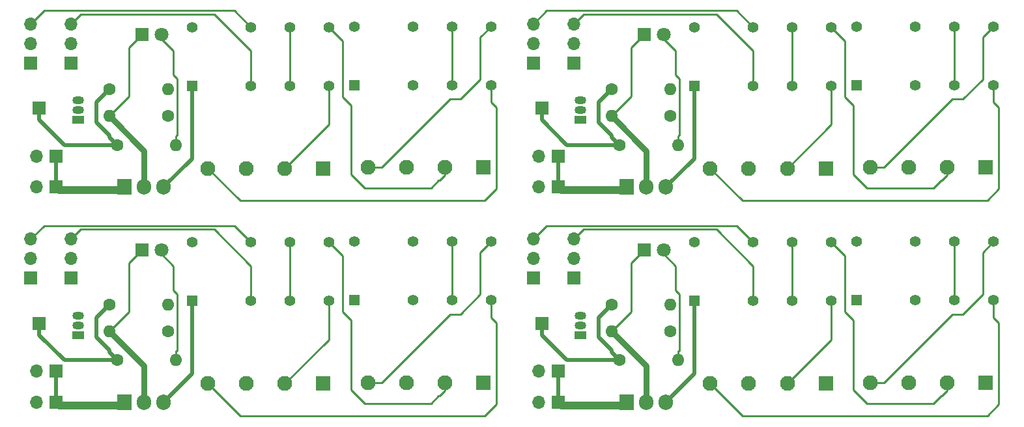
<source format=gbr>
%TF.GenerationSoftware,KiCad,Pcbnew,7.0.9*%
%TF.CreationDate,2024-06-09T17:36:51-04:00*%
%TF.ProjectId,Jackless-Panel,4a61636b-6c65-4737-932d-50616e656c2e,rev?*%
%TF.SameCoordinates,Original*%
%TF.FileFunction,Copper,L1,Top*%
%TF.FilePolarity,Positive*%
%FSLAX46Y46*%
G04 Gerber Fmt 4.6, Leading zero omitted, Abs format (unit mm)*
G04 Created by KiCad (PCBNEW 7.0.9) date 2024-06-09 17:36:51*
%MOMM*%
%LPD*%
G01*
G04 APERTURE LIST*
%TA.AperFunction,ComponentPad*%
%ADD10C,1.600000*%
%TD*%
%TA.AperFunction,ComponentPad*%
%ADD11O,1.600000X1.600000*%
%TD*%
%TA.AperFunction,ComponentPad*%
%ADD12R,1.700000X1.700000*%
%TD*%
%TA.AperFunction,ComponentPad*%
%ADD13R,1.500000X1.050000*%
%TD*%
%TA.AperFunction,ComponentPad*%
%ADD14O,1.500000X1.050000*%
%TD*%
%TA.AperFunction,ComponentPad*%
%ADD15O,1.700000X1.700000*%
%TD*%
%TA.AperFunction,ComponentPad*%
%ADD16R,1.950000X1.950000*%
%TD*%
%TA.AperFunction,ComponentPad*%
%ADD17C,1.950000*%
%TD*%
%TA.AperFunction,ComponentPad*%
%ADD18R,1.800000X1.800000*%
%TD*%
%TA.AperFunction,ComponentPad*%
%ADD19C,1.800000*%
%TD*%
%TA.AperFunction,ComponentPad*%
%ADD20R,1.400000X1.400000*%
%TD*%
%TA.AperFunction,ComponentPad*%
%ADD21C,1.400000*%
%TD*%
%TA.AperFunction,ComponentPad*%
%ADD22R,1.905000X2.000000*%
%TD*%
%TA.AperFunction,ComponentPad*%
%ADD23O,1.905000X2.000000*%
%TD*%
%TA.AperFunction,Conductor*%
%ADD24C,0.250000*%
%TD*%
%TA.AperFunction,Conductor*%
%ADD25C,0.750000*%
%TD*%
%TA.AperFunction,Conductor*%
%ADD26C,0.500000*%
%TD*%
%TA.AperFunction,Conductor*%
%ADD27C,1.000000*%
%TD*%
G04 APERTURE END LIST*
D10*
%TO.P,LeftPD1,1*%
%TO.N,Board_1-Net-(QL1-G)*%
X169310000Y-34000000D03*
D11*
%TO.P,LeftPD1,2*%
%TO.N,Board_1-/Ctrl_GND*%
X161690000Y-34000000D03*
%TD*%
D12*
%TO.P,J1,1,Pin_1*%
%TO.N,Board_2-/Control*%
X87300000Y-61000000D03*
%TD*%
D13*
%TO.P,QL1,1,S*%
%TO.N,Board_2-/Ctrl_GND*%
X92310000Y-62520000D03*
D14*
%TO.P,QL1,2,G*%
%TO.N,Board_2-Net-(QL1-G)*%
X92310000Y-61250000D03*
%TO.P,QL1,3,D*%
%TO.N,Board_2-Net-(QL1-D)*%
X92310000Y-59980000D03*
%TD*%
D13*
%TO.P,QL1,1,S*%
%TO.N,Board_1-/Ctrl_GND*%
X157610000Y-34520000D03*
D14*
%TO.P,QL1,2,G*%
%TO.N,Board_1-Net-(QL1-G)*%
X157610000Y-33250000D03*
%TO.P,QL1,3,D*%
%TO.N,Board_1-Net-(QL1-D)*%
X157610000Y-31980000D03*
%TD*%
D12*
%TO.P,J1,1,Pin_1*%
%TO.N,Board_0-/Control*%
X87300000Y-33000000D03*
%TD*%
%TO.P,Out1,1,Pin_1*%
%TO.N,Board_0-/Signal_Gnd*%
X91450000Y-27080000D03*
D15*
%TO.P,Out1,2,Pin_2*%
%TO.N,Board_0-/L_out*%
X91450000Y-24540000D03*
%TO.P,Out1,3,Pin_3*%
%TO.N,Board_0-/R_out*%
X91450000Y-22000000D03*
%TD*%
D12*
%TO.P,In1,1,Pin_1*%
%TO.N,Board_0-/Signal_Gnd*%
X86200000Y-27080000D03*
D15*
%TO.P,In1,2,Pin_2*%
%TO.N,Board_0-/L_in*%
X86200000Y-24540000D03*
%TO.P,In1,3,Pin_3*%
%TO.N,Board_0-/R_in*%
X86200000Y-22000000D03*
%TD*%
D16*
%TO.P,J5,1,Pin_1*%
%TO.N,Board_0-/Signal_Gnd*%
X145000000Y-40700000D03*
D17*
%TO.P,J5,2,Pin_2*%
%TO.N,Board_0-/R_send*%
X140000000Y-40700000D03*
%TO.P,J5,3,Pin_3*%
%TO.N,Board_0-/Signal_Gnd*%
X135000000Y-40700000D03*
%TO.P,J5,4,Pin_4*%
%TO.N,Board_0-/L_Send*%
X130000000Y-40700000D03*
%TD*%
D18*
%TO.P,D1,1,K*%
%TO.N,Board_3-/Ctrl_GND*%
X165925000Y-51400000D03*
D19*
%TO.P,D1,2,A*%
%TO.N,Board_3-Net-(D1-A)*%
X168465000Y-51400000D03*
%TD*%
D10*
%TO.P,LGate1,1*%
%TO.N,Board_2-/Control*%
X96390000Y-58500000D03*
D11*
%TO.P,LGate1,2*%
%TO.N,Board_2-Net-(QL1-G)*%
X104010000Y-58500000D03*
%TD*%
D20*
%TO.P,Left/Mono1,1*%
%TO.N,Board_1-/5V*%
X193542500Y-29962500D03*
D21*
%TO.P,Left/Mono1,4*%
%TO.N,Board_1-/L_out*%
X201162500Y-29962500D03*
%TO.P,Left/Mono1,6*%
%TO.N,Board_1-Net-(Left/Mono1-Pad11)*%
X206242500Y-29962500D03*
%TO.P,Left/Mono1,8*%
%TO.N,Board_1-/L_Return*%
X211322500Y-29962500D03*
%TO.P,Left/Mono1,9*%
%TO.N,Board_1-/L_Send*%
X211322500Y-22342500D03*
%TO.P,Left/Mono1,11*%
%TO.N,Board_1-Net-(Left/Mono1-Pad11)*%
X206242500Y-22342500D03*
%TO.P,Left/Mono1,13*%
%TO.N,Board_1-/L_in*%
X201162500Y-22342500D03*
%TO.P,Left/Mono1,16*%
%TO.N,Board_1-Net-(QL1-D)*%
X193542500Y-22342500D03*
%TD*%
D12*
%TO.P,In1,1,Pin_1*%
%TO.N,Board_3-/Signal_Gnd*%
X151500000Y-55080000D03*
D15*
%TO.P,In1,2,Pin_2*%
%TO.N,Board_3-/L_in*%
X151500000Y-52540000D03*
%TO.P,In1,3,Pin_3*%
%TO.N,Board_3-/R_in*%
X151500000Y-50000000D03*
%TD*%
D10*
%TO.P,LGate1,1*%
%TO.N,Board_0-/Control*%
X96390000Y-30500000D03*
D11*
%TO.P,LGate1,2*%
%TO.N,Board_0-Net-(QL1-G)*%
X104010000Y-30500000D03*
%TD*%
D10*
%TO.P,RLed1,1*%
%TO.N,Board_2-/Control*%
X97390000Y-65750000D03*
D11*
%TO.P,RLed1,2*%
%TO.N,Board_2-Net-(D1-A)*%
X105010000Y-65750000D03*
%TD*%
D20*
%TO.P,Right1,1*%
%TO.N,Board_1-/5V*%
X172442500Y-30062500D03*
D21*
%TO.P,Right1,4*%
%TO.N,Board_1-/R_out*%
X180062500Y-30062500D03*
%TO.P,Right1,6*%
%TO.N,Board_1-Net-(Right1-Pad11)*%
X185142500Y-30062500D03*
%TO.P,Right1,8*%
%TO.N,Board_1-/R_Return*%
X190222500Y-30062500D03*
%TO.P,Right1,9*%
%TO.N,Board_1-/R_send*%
X190222500Y-22442500D03*
%TO.P,Right1,11*%
%TO.N,Board_1-Net-(Right1-Pad11)*%
X185142500Y-22442500D03*
%TO.P,Right1,13*%
%TO.N,Board_1-/R_in*%
X180062500Y-22442500D03*
%TO.P,Right1,16*%
%TO.N,Board_1-Net-(QL1-D)*%
X172442500Y-22442500D03*
%TD*%
D10*
%TO.P,RLed1,1*%
%TO.N,Board_3-/Control*%
X162690000Y-65750000D03*
D11*
%TO.P,RLed1,2*%
%TO.N,Board_3-Net-(D1-A)*%
X170310000Y-65750000D03*
%TD*%
D10*
%TO.P,LGate1,1*%
%TO.N,Board_3-/Control*%
X161690000Y-58500000D03*
D11*
%TO.P,LGate1,2*%
%TO.N,Board_3-Net-(QL1-G)*%
X169310000Y-58500000D03*
%TD*%
D20*
%TO.P,Right1,1*%
%TO.N,Board_2-/5V*%
X107142500Y-58062500D03*
D21*
%TO.P,Right1,4*%
%TO.N,Board_2-/R_out*%
X114762500Y-58062500D03*
%TO.P,Right1,6*%
%TO.N,Board_2-Net-(Right1-Pad11)*%
X119842500Y-58062500D03*
%TO.P,Right1,8*%
%TO.N,Board_2-/R_Return*%
X124922500Y-58062500D03*
%TO.P,Right1,9*%
%TO.N,Board_2-/R_send*%
X124922500Y-50442500D03*
%TO.P,Right1,11*%
%TO.N,Board_2-Net-(Right1-Pad11)*%
X119842500Y-50442500D03*
%TO.P,Right1,13*%
%TO.N,Board_2-/R_in*%
X114762500Y-50442500D03*
%TO.P,Right1,16*%
%TO.N,Board_2-Net-(QL1-D)*%
X107142500Y-50442500D03*
%TD*%
D20*
%TO.P,Left/Mono1,1*%
%TO.N,Board_2-/5V*%
X128242500Y-57962500D03*
D21*
%TO.P,Left/Mono1,4*%
%TO.N,Board_2-/L_out*%
X135862500Y-57962500D03*
%TO.P,Left/Mono1,6*%
%TO.N,Board_2-Net-(Left/Mono1-Pad11)*%
X140942500Y-57962500D03*
%TO.P,Left/Mono1,8*%
%TO.N,Board_2-/L_Return*%
X146022500Y-57962500D03*
%TO.P,Left/Mono1,9*%
%TO.N,Board_2-/L_Send*%
X146022500Y-50342500D03*
%TO.P,Left/Mono1,11*%
%TO.N,Board_2-Net-(Left/Mono1-Pad11)*%
X140942500Y-50342500D03*
%TO.P,Left/Mono1,13*%
%TO.N,Board_2-/L_in*%
X135862500Y-50342500D03*
%TO.P,Left/Mono1,16*%
%TO.N,Board_2-Net-(QL1-D)*%
X128242500Y-50342500D03*
%TD*%
D12*
%TO.P,J3,1,Pin_1*%
%TO.N,Board_1-/9V*%
X154775000Y-39200000D03*
D15*
%TO.P,J3,2,Pin_2*%
%TO.N,Board_1-/Ctrl_GND*%
X152235000Y-39200000D03*
%TD*%
D12*
%TO.P,J3,1,Pin_1*%
%TO.N,Board_3-/9V*%
X154775000Y-67200000D03*
D15*
%TO.P,J3,2,Pin_2*%
%TO.N,Board_3-/Ctrl_GND*%
X152235000Y-67200000D03*
%TD*%
D10*
%TO.P,RLed1,1*%
%TO.N,Board_0-/Control*%
X97390000Y-37750000D03*
D11*
%TO.P,RLed1,2*%
%TO.N,Board_0-Net-(D1-A)*%
X105010000Y-37750000D03*
%TD*%
D12*
%TO.P,J2,1,Pin_1*%
%TO.N,Board_0-/9V*%
X89475000Y-43200000D03*
D15*
%TO.P,J2,2,Pin_2*%
%TO.N,Board_0-/Ctrl_GND*%
X86935000Y-43200000D03*
%TD*%
D10*
%TO.P,LeftPD1,1*%
%TO.N,Board_3-Net-(QL1-G)*%
X169310000Y-62000000D03*
D11*
%TO.P,LeftPD1,2*%
%TO.N,Board_3-/Ctrl_GND*%
X161690000Y-62000000D03*
%TD*%
D16*
%TO.P,J4,1,Pin_1*%
%TO.N,Board_0-/Signal_Gnd*%
X124200000Y-40800000D03*
D17*
%TO.P,J4,2,Pin_2*%
%TO.N,Board_0-/R_Return*%
X119200000Y-40800000D03*
%TO.P,J4,3,Pin_3*%
%TO.N,Board_0-/Signal_Gnd*%
X114200000Y-40800000D03*
%TO.P,J4,4,Pin_4*%
%TO.N,Board_0-/L_Return*%
X109200000Y-40800000D03*
%TD*%
D20*
%TO.P,Right1,1*%
%TO.N,Board_3-/5V*%
X172442500Y-58062500D03*
D21*
%TO.P,Right1,4*%
%TO.N,Board_3-/R_out*%
X180062500Y-58062500D03*
%TO.P,Right1,6*%
%TO.N,Board_3-Net-(Right1-Pad11)*%
X185142500Y-58062500D03*
%TO.P,Right1,8*%
%TO.N,Board_3-/R_Return*%
X190222500Y-58062500D03*
%TO.P,Right1,9*%
%TO.N,Board_3-/R_send*%
X190222500Y-50442500D03*
%TO.P,Right1,11*%
%TO.N,Board_3-Net-(Right1-Pad11)*%
X185142500Y-50442500D03*
%TO.P,Right1,13*%
%TO.N,Board_3-/R_in*%
X180062500Y-50442500D03*
%TO.P,Right1,16*%
%TO.N,Board_3-Net-(QL1-D)*%
X172442500Y-50442500D03*
%TD*%
D18*
%TO.P,D1,1,K*%
%TO.N,Board_1-/Ctrl_GND*%
X165925000Y-23400000D03*
D19*
%TO.P,D1,2,A*%
%TO.N,Board_1-Net-(D1-A)*%
X168465000Y-23400000D03*
%TD*%
D12*
%TO.P,J2,1,Pin_1*%
%TO.N,Board_1-/9V*%
X154775000Y-43200000D03*
D15*
%TO.P,J2,2,Pin_2*%
%TO.N,Board_1-/Ctrl_GND*%
X152235000Y-43200000D03*
%TD*%
D13*
%TO.P,QL1,1,S*%
%TO.N,Board_3-/Ctrl_GND*%
X157610000Y-62520000D03*
D14*
%TO.P,QL1,2,G*%
%TO.N,Board_3-Net-(QL1-G)*%
X157610000Y-61250000D03*
%TO.P,QL1,3,D*%
%TO.N,Board_3-Net-(QL1-D)*%
X157610000Y-59980000D03*
%TD*%
D12*
%TO.P,J2,1,Pin_1*%
%TO.N,Board_2-/9V*%
X89475000Y-71200000D03*
D15*
%TO.P,J2,2,Pin_2*%
%TO.N,Board_2-/Ctrl_GND*%
X86935000Y-71200000D03*
%TD*%
D12*
%TO.P,In1,1,Pin_1*%
%TO.N,Board_1-/Signal_Gnd*%
X151500000Y-27080000D03*
D15*
%TO.P,In1,2,Pin_2*%
%TO.N,Board_1-/L_in*%
X151500000Y-24540000D03*
%TO.P,In1,3,Pin_3*%
%TO.N,Board_1-/R_in*%
X151500000Y-22000000D03*
%TD*%
D12*
%TO.P,Out1,1,Pin_1*%
%TO.N,Board_3-/Signal_Gnd*%
X156750000Y-55080000D03*
D15*
%TO.P,Out1,2,Pin_2*%
%TO.N,Board_3-/L_out*%
X156750000Y-52540000D03*
%TO.P,Out1,3,Pin_3*%
%TO.N,Board_3-/R_out*%
X156750000Y-50000000D03*
%TD*%
D12*
%TO.P,Out1,1,Pin_1*%
%TO.N,Board_1-/Signal_Gnd*%
X156750000Y-27080000D03*
D15*
%TO.P,Out1,2,Pin_2*%
%TO.N,Board_1-/L_out*%
X156750000Y-24540000D03*
%TO.P,Out1,3,Pin_3*%
%TO.N,Board_1-/R_out*%
X156750000Y-22000000D03*
%TD*%
D12*
%TO.P,Out1,1,Pin_1*%
%TO.N,Board_2-/Signal_Gnd*%
X91450000Y-55080000D03*
D15*
%TO.P,Out1,2,Pin_2*%
%TO.N,Board_2-/L_out*%
X91450000Y-52540000D03*
%TO.P,Out1,3,Pin_3*%
%TO.N,Board_2-/R_out*%
X91450000Y-50000000D03*
%TD*%
D12*
%TO.P,J3,1,Pin_1*%
%TO.N,Board_0-/9V*%
X89475000Y-39200000D03*
D15*
%TO.P,J3,2,Pin_2*%
%TO.N,Board_0-/Ctrl_GND*%
X86935000Y-39200000D03*
%TD*%
D12*
%TO.P,J1,1,Pin_1*%
%TO.N,Board_1-/Control*%
X152600000Y-33000000D03*
%TD*%
D16*
%TO.P,J5,1,Pin_1*%
%TO.N,Board_1-/Signal_Gnd*%
X210300000Y-40700000D03*
D17*
%TO.P,J5,2,Pin_2*%
%TO.N,Board_1-/R_send*%
X205300000Y-40700000D03*
%TO.P,J5,3,Pin_3*%
%TO.N,Board_1-/Signal_Gnd*%
X200300000Y-40700000D03*
%TO.P,J5,4,Pin_4*%
%TO.N,Board_1-/L_Send*%
X195300000Y-40700000D03*
%TD*%
D10*
%TO.P,LGate1,1*%
%TO.N,Board_1-/Control*%
X161690000Y-30500000D03*
D11*
%TO.P,LGate1,2*%
%TO.N,Board_1-Net-(QL1-G)*%
X169310000Y-30500000D03*
%TD*%
D22*
%TO.P,U1,1,IN*%
%TO.N,Board_0-/9V*%
X98360000Y-43245000D03*
D23*
%TO.P,U1,2,GND*%
%TO.N,Board_0-/Ctrl_GND*%
X100900000Y-43245000D03*
%TO.P,U1,3,OUT*%
%TO.N,Board_0-/5V*%
X103440000Y-43245000D03*
%TD*%
D18*
%TO.P,D1,1,K*%
%TO.N,Board_2-/Ctrl_GND*%
X100625000Y-51400000D03*
D19*
%TO.P,D1,2,A*%
%TO.N,Board_2-Net-(D1-A)*%
X103165000Y-51400000D03*
%TD*%
D13*
%TO.P,QL1,1,S*%
%TO.N,Board_0-/Ctrl_GND*%
X92310000Y-34520000D03*
D14*
%TO.P,QL1,2,G*%
%TO.N,Board_0-Net-(QL1-G)*%
X92310000Y-33250000D03*
%TO.P,QL1,3,D*%
%TO.N,Board_0-Net-(QL1-D)*%
X92310000Y-31980000D03*
%TD*%
D10*
%TO.P,LeftPD1,1*%
%TO.N,Board_0-Net-(QL1-G)*%
X104010000Y-34000000D03*
D11*
%TO.P,LeftPD1,2*%
%TO.N,Board_0-/Ctrl_GND*%
X96390000Y-34000000D03*
%TD*%
D12*
%TO.P,J2,1,Pin_1*%
%TO.N,Board_3-/9V*%
X154775000Y-71200000D03*
D15*
%TO.P,J2,2,Pin_2*%
%TO.N,Board_3-/Ctrl_GND*%
X152235000Y-71200000D03*
%TD*%
D16*
%TO.P,J5,1,Pin_1*%
%TO.N,Board_3-/Signal_Gnd*%
X210300000Y-68700000D03*
D17*
%TO.P,J5,2,Pin_2*%
%TO.N,Board_3-/R_send*%
X205300000Y-68700000D03*
%TO.P,J5,3,Pin_3*%
%TO.N,Board_3-/Signal_Gnd*%
X200300000Y-68700000D03*
%TO.P,J5,4,Pin_4*%
%TO.N,Board_3-/L_Send*%
X195300000Y-68700000D03*
%TD*%
D20*
%TO.P,Right1,1*%
%TO.N,Board_0-/5V*%
X107142500Y-30062500D03*
D21*
%TO.P,Right1,4*%
%TO.N,Board_0-/R_out*%
X114762500Y-30062500D03*
%TO.P,Right1,6*%
%TO.N,Board_0-Net-(Right1-Pad11)*%
X119842500Y-30062500D03*
%TO.P,Right1,8*%
%TO.N,Board_0-/R_Return*%
X124922500Y-30062500D03*
%TO.P,Right1,9*%
%TO.N,Board_0-/R_send*%
X124922500Y-22442500D03*
%TO.P,Right1,11*%
%TO.N,Board_0-Net-(Right1-Pad11)*%
X119842500Y-22442500D03*
%TO.P,Right1,13*%
%TO.N,Board_0-/R_in*%
X114762500Y-22442500D03*
%TO.P,Right1,16*%
%TO.N,Board_0-Net-(QL1-D)*%
X107142500Y-22442500D03*
%TD*%
D12*
%TO.P,J1,1,Pin_1*%
%TO.N,Board_3-/Control*%
X152600000Y-61000000D03*
%TD*%
D16*
%TO.P,J5,1,Pin_1*%
%TO.N,Board_2-/Signal_Gnd*%
X145000000Y-68700000D03*
D17*
%TO.P,J5,2,Pin_2*%
%TO.N,Board_2-/R_send*%
X140000000Y-68700000D03*
%TO.P,J5,3,Pin_3*%
%TO.N,Board_2-/Signal_Gnd*%
X135000000Y-68700000D03*
%TO.P,J5,4,Pin_4*%
%TO.N,Board_2-/L_Send*%
X130000000Y-68700000D03*
%TD*%
D10*
%TO.P,LeftPD1,1*%
%TO.N,Board_2-Net-(QL1-G)*%
X104010000Y-62000000D03*
D11*
%TO.P,LeftPD1,2*%
%TO.N,Board_2-/Ctrl_GND*%
X96390000Y-62000000D03*
%TD*%
D22*
%TO.P,U1,1,IN*%
%TO.N,Board_3-/9V*%
X163660000Y-71245000D03*
D23*
%TO.P,U1,2,GND*%
%TO.N,Board_3-/Ctrl_GND*%
X166200000Y-71245000D03*
%TO.P,U1,3,OUT*%
%TO.N,Board_3-/5V*%
X168740000Y-71245000D03*
%TD*%
D16*
%TO.P,J4,1,Pin_1*%
%TO.N,Board_2-/Signal_Gnd*%
X124200000Y-68800000D03*
D17*
%TO.P,J4,2,Pin_2*%
%TO.N,Board_2-/R_Return*%
X119200000Y-68800000D03*
%TO.P,J4,3,Pin_3*%
%TO.N,Board_2-/Signal_Gnd*%
X114200000Y-68800000D03*
%TO.P,J4,4,Pin_4*%
%TO.N,Board_2-/L_Return*%
X109200000Y-68800000D03*
%TD*%
D22*
%TO.P,U1,1,IN*%
%TO.N,Board_2-/9V*%
X98360000Y-71245000D03*
D23*
%TO.P,U1,2,GND*%
%TO.N,Board_2-/Ctrl_GND*%
X100900000Y-71245000D03*
%TO.P,U1,3,OUT*%
%TO.N,Board_2-/5V*%
X103440000Y-71245000D03*
%TD*%
D16*
%TO.P,J4,1,Pin_1*%
%TO.N,Board_1-/Signal_Gnd*%
X189500000Y-40800000D03*
D17*
%TO.P,J4,2,Pin_2*%
%TO.N,Board_1-/R_Return*%
X184500000Y-40800000D03*
%TO.P,J4,3,Pin_3*%
%TO.N,Board_1-/Signal_Gnd*%
X179500000Y-40800000D03*
%TO.P,J4,4,Pin_4*%
%TO.N,Board_1-/L_Return*%
X174500000Y-40800000D03*
%TD*%
D22*
%TO.P,U1,1,IN*%
%TO.N,Board_1-/9V*%
X163660000Y-43245000D03*
D23*
%TO.P,U1,2,GND*%
%TO.N,Board_1-/Ctrl_GND*%
X166200000Y-43245000D03*
%TO.P,U1,3,OUT*%
%TO.N,Board_1-/5V*%
X168740000Y-43245000D03*
%TD*%
D12*
%TO.P,J3,1,Pin_1*%
%TO.N,Board_2-/9V*%
X89475000Y-67200000D03*
D15*
%TO.P,J3,2,Pin_2*%
%TO.N,Board_2-/Ctrl_GND*%
X86935000Y-67200000D03*
%TD*%
D12*
%TO.P,In1,1,Pin_1*%
%TO.N,Board_2-/Signal_Gnd*%
X86200000Y-55080000D03*
D15*
%TO.P,In1,2,Pin_2*%
%TO.N,Board_2-/L_in*%
X86200000Y-52540000D03*
%TO.P,In1,3,Pin_3*%
%TO.N,Board_2-/R_in*%
X86200000Y-50000000D03*
%TD*%
D18*
%TO.P,D1,1,K*%
%TO.N,Board_0-/Ctrl_GND*%
X100625000Y-23400000D03*
D19*
%TO.P,D1,2,A*%
%TO.N,Board_0-Net-(D1-A)*%
X103165000Y-23400000D03*
%TD*%
D16*
%TO.P,J4,1,Pin_1*%
%TO.N,Board_3-/Signal_Gnd*%
X189500000Y-68800000D03*
D17*
%TO.P,J4,2,Pin_2*%
%TO.N,Board_3-/R_Return*%
X184500000Y-68800000D03*
%TO.P,J4,3,Pin_3*%
%TO.N,Board_3-/Signal_Gnd*%
X179500000Y-68800000D03*
%TO.P,J4,4,Pin_4*%
%TO.N,Board_3-/L_Return*%
X174500000Y-68800000D03*
%TD*%
D20*
%TO.P,Left/Mono1,1*%
%TO.N,Board_3-/5V*%
X193542500Y-57962500D03*
D21*
%TO.P,Left/Mono1,4*%
%TO.N,Board_3-/L_out*%
X201162500Y-57962500D03*
%TO.P,Left/Mono1,6*%
%TO.N,Board_3-Net-(Left/Mono1-Pad11)*%
X206242500Y-57962500D03*
%TO.P,Left/Mono1,8*%
%TO.N,Board_3-/L_Return*%
X211322500Y-57962500D03*
%TO.P,Left/Mono1,9*%
%TO.N,Board_3-/L_Send*%
X211322500Y-50342500D03*
%TO.P,Left/Mono1,11*%
%TO.N,Board_3-Net-(Left/Mono1-Pad11)*%
X206242500Y-50342500D03*
%TO.P,Left/Mono1,13*%
%TO.N,Board_3-/L_in*%
X201162500Y-50342500D03*
%TO.P,Left/Mono1,16*%
%TO.N,Board_3-Net-(QL1-D)*%
X193542500Y-50342500D03*
%TD*%
D20*
%TO.P,Left/Mono1,1*%
%TO.N,Board_0-/5V*%
X128242500Y-29962500D03*
D21*
%TO.P,Left/Mono1,4*%
%TO.N,Board_0-/L_out*%
X135862500Y-29962500D03*
%TO.P,Left/Mono1,6*%
%TO.N,Board_0-Net-(Left/Mono1-Pad11)*%
X140942500Y-29962500D03*
%TO.P,Left/Mono1,8*%
%TO.N,Board_0-/L_Return*%
X146022500Y-29962500D03*
%TO.P,Left/Mono1,9*%
%TO.N,Board_0-/L_Send*%
X146022500Y-22342500D03*
%TO.P,Left/Mono1,11*%
%TO.N,Board_0-Net-(Left/Mono1-Pad11)*%
X140942500Y-22342500D03*
%TO.P,Left/Mono1,13*%
%TO.N,Board_0-/L_in*%
X135862500Y-22342500D03*
%TO.P,Left/Mono1,16*%
%TO.N,Board_0-Net-(QL1-D)*%
X128242500Y-22342500D03*
%TD*%
D10*
%TO.P,RLed1,1*%
%TO.N,Board_1-/Control*%
X162690000Y-37750000D03*
D11*
%TO.P,RLed1,2*%
%TO.N,Board_1-Net-(D1-A)*%
X170310000Y-37750000D03*
%TD*%
D24*
%TO.N,Board_3-Net-(Right1-Pad11)*%
X185142500Y-50442500D02*
X185142500Y-58062500D01*
%TO.N,Board_3-Net-(Left/Mono1-Pad11)*%
X206242500Y-50342500D02*
X206242500Y-57962500D01*
%TO.N,Board_3-Net-(D1-A)*%
X170500000Y-64400000D02*
X170310000Y-64590000D01*
X168465000Y-51965000D02*
X168465000Y-51400000D01*
X170500000Y-57136396D02*
X170000000Y-56636396D01*
X170000000Y-56636396D02*
X170000000Y-53500000D01*
X170500000Y-64400000D02*
X170500000Y-64560000D01*
X170310000Y-64590000D02*
X170310000Y-65750000D01*
X170000000Y-53500000D02*
X168465000Y-51965000D01*
X170500000Y-64400000D02*
X170500000Y-57136396D01*
%TO.N,Board_3-/R_send*%
X203500000Y-71400000D02*
X204500000Y-70400000D01*
X205300000Y-69700000D02*
X205300000Y-68700000D01*
X204500000Y-70400000D02*
X204600000Y-70400000D01*
X192000000Y-59500000D02*
X193100000Y-60600000D01*
X193100000Y-60600000D02*
X193100000Y-69600000D01*
X194900000Y-71400000D02*
X203500000Y-71400000D01*
X190222500Y-50442500D02*
X192000000Y-52220000D01*
X193100000Y-69600000D02*
X194900000Y-71400000D01*
X192000000Y-52220000D02*
X192000000Y-59500000D01*
X204600000Y-70400000D02*
X205300000Y-69700000D01*
%TO.N,Board_3-/R_out*%
X180062500Y-53512500D02*
X180062500Y-58062500D01*
X158000000Y-48750000D02*
X175300000Y-48750000D01*
X175300000Y-48750000D02*
X180062500Y-53512500D01*
X156750000Y-50000000D02*
X158000000Y-48750000D01*
%TO.N,Board_3-/R_in*%
X180062500Y-50442500D02*
X177920000Y-48300000D01*
X177920000Y-48300000D02*
X176900000Y-48300000D01*
X153200000Y-48300000D02*
X176900000Y-48300000D01*
X151500000Y-50000000D02*
X153200000Y-48300000D01*
%TO.N,Board_3-/R_Return*%
X184500000Y-68800000D02*
X190222500Y-63077500D01*
X190222500Y-63077500D02*
X190222500Y-58062500D01*
%TO.N,Board_3-/L_Send*%
X206000000Y-59800000D02*
X207300000Y-59800000D01*
X209900000Y-57200000D02*
X209900000Y-51765000D01*
X197100000Y-68700000D02*
X206000000Y-59800000D01*
X195300000Y-68700000D02*
X197100000Y-68700000D01*
X209900000Y-51765000D02*
X211322500Y-50342500D01*
X207300000Y-59800000D02*
X209900000Y-57200000D01*
%TO.N,Board_3-/L_Return*%
X212000000Y-71500000D02*
X212000000Y-60900000D01*
X178700000Y-73000000D02*
X210500000Y-73000000D01*
X211322500Y-60177500D02*
X211322500Y-57962500D01*
X210500000Y-73000000D02*
X212000000Y-71500000D01*
X211300000Y-60200000D02*
X211322500Y-60177500D01*
X212000000Y-60900000D02*
X211300000Y-60200000D01*
X174500000Y-68800000D02*
X178700000Y-73000000D01*
%TO.N,Board_3-/Ctrl_GND*%
X164225000Y-53100000D02*
X165925000Y-51400000D01*
D25*
X166200000Y-66510000D02*
X161690000Y-62000000D01*
X166200000Y-71245000D02*
X166200000Y-66510000D01*
D24*
X164225000Y-59465000D02*
X164225000Y-53100000D01*
X161690000Y-62000000D02*
X164225000Y-59465000D01*
D26*
%TO.N,Board_3-/Control*%
X152600000Y-61000000D02*
X152600000Y-62500000D01*
X160000000Y-60190000D02*
X160000000Y-62800000D01*
X161690000Y-58500000D02*
X160000000Y-60190000D01*
X152600000Y-62500000D02*
X155850000Y-65750000D01*
X161690000Y-64750000D02*
X162690000Y-65750000D01*
X155850000Y-65750000D02*
X162690000Y-65750000D01*
X161690000Y-64490000D02*
X161690000Y-64750000D01*
X161690000Y-64490000D02*
X160000000Y-62800000D01*
D27*
%TO.N,Board_3-/9V*%
X163285721Y-71619279D02*
X155194279Y-71619279D01*
D26*
X154775000Y-71200000D02*
X154775000Y-67200000D01*
D27*
X163660000Y-71245000D02*
X163285721Y-71619279D01*
X155194279Y-71619279D02*
X154775000Y-71200000D01*
D26*
%TO.N,Board_3-/5V*%
X172442500Y-67542500D02*
X172442500Y-58062500D01*
X168740000Y-71245000D02*
X172442500Y-67542500D01*
D24*
%TO.N,Board_2-Net-(Right1-Pad11)*%
X119842500Y-50442500D02*
X119842500Y-58062500D01*
%TO.N,Board_2-Net-(Left/Mono1-Pad11)*%
X140942500Y-50342500D02*
X140942500Y-57962500D01*
%TO.N,Board_2-Net-(D1-A)*%
X105200000Y-57136396D02*
X104700000Y-56636396D01*
X103165000Y-51965000D02*
X103165000Y-51400000D01*
X105200000Y-64400000D02*
X105200000Y-57136396D01*
X104700000Y-53500000D02*
X103165000Y-51965000D01*
X104700000Y-56636396D02*
X104700000Y-53500000D01*
X105200000Y-64400000D02*
X105010000Y-64590000D01*
X105200000Y-64400000D02*
X105200000Y-64560000D01*
X105010000Y-64590000D02*
X105010000Y-65750000D01*
%TO.N,Board_2-/R_send*%
X129600000Y-71400000D02*
X138200000Y-71400000D01*
X140000000Y-69700000D02*
X140000000Y-68700000D01*
X138200000Y-71400000D02*
X139200000Y-70400000D01*
X126700000Y-52220000D02*
X126700000Y-59500000D01*
X139300000Y-70400000D02*
X140000000Y-69700000D01*
X126700000Y-59500000D02*
X127800000Y-60600000D01*
X124922500Y-50442500D02*
X126700000Y-52220000D01*
X139200000Y-70400000D02*
X139300000Y-70400000D01*
X127800000Y-69600000D02*
X129600000Y-71400000D01*
X127800000Y-60600000D02*
X127800000Y-69600000D01*
%TO.N,Board_2-/R_out*%
X110000000Y-48750000D02*
X114762500Y-53512500D01*
X91450000Y-50000000D02*
X92700000Y-48750000D01*
X114762500Y-53512500D02*
X114762500Y-58062500D01*
X92700000Y-48750000D02*
X110000000Y-48750000D01*
%TO.N,Board_2-/R_in*%
X112620000Y-48300000D02*
X111600000Y-48300000D01*
X86200000Y-50000000D02*
X87900000Y-48300000D01*
X114762500Y-50442500D02*
X112620000Y-48300000D01*
X87900000Y-48300000D02*
X111600000Y-48300000D01*
%TO.N,Board_2-/R_Return*%
X119200000Y-68800000D02*
X124922500Y-63077500D01*
X124922500Y-63077500D02*
X124922500Y-58062500D01*
%TO.N,Board_2-/L_Send*%
X130000000Y-68700000D02*
X131800000Y-68700000D01*
X144600000Y-57200000D02*
X144600000Y-51765000D01*
X131800000Y-68700000D02*
X140700000Y-59800000D01*
X142000000Y-59800000D02*
X144600000Y-57200000D01*
X144600000Y-51765000D02*
X146022500Y-50342500D01*
X140700000Y-59800000D02*
X142000000Y-59800000D01*
%TO.N,Board_2-/L_Return*%
X113400000Y-73000000D02*
X145200000Y-73000000D01*
X146000000Y-60200000D02*
X146022500Y-60177500D01*
X145200000Y-73000000D02*
X146700000Y-71500000D01*
X109200000Y-68800000D02*
X113400000Y-73000000D01*
X146700000Y-71500000D02*
X146700000Y-60900000D01*
X146022500Y-60177500D02*
X146022500Y-57962500D01*
X146700000Y-60900000D02*
X146000000Y-60200000D01*
D25*
%TO.N,Board_2-/Ctrl_GND*%
X100900000Y-71245000D02*
X100900000Y-66510000D01*
D24*
X96390000Y-62000000D02*
X98925000Y-59465000D01*
X98925000Y-59465000D02*
X98925000Y-53100000D01*
X98925000Y-53100000D02*
X100625000Y-51400000D01*
D25*
X100900000Y-66510000D02*
X96390000Y-62000000D01*
D26*
%TO.N,Board_2-/Control*%
X87300000Y-61000000D02*
X87300000Y-62500000D01*
X90550000Y-65750000D02*
X97390000Y-65750000D01*
X96390000Y-58500000D02*
X94700000Y-60190000D01*
X96390000Y-64750000D02*
X97390000Y-65750000D01*
X96390000Y-64490000D02*
X96390000Y-64750000D01*
X87300000Y-62500000D02*
X90550000Y-65750000D01*
X96390000Y-64490000D02*
X94700000Y-62800000D01*
X94700000Y-60190000D02*
X94700000Y-62800000D01*
%TO.N,Board_2-/9V*%
X89475000Y-71200000D02*
X89475000Y-67200000D01*
D27*
X98360000Y-71245000D02*
X97985721Y-71619279D01*
X97985721Y-71619279D02*
X89894279Y-71619279D01*
X89894279Y-71619279D02*
X89475000Y-71200000D01*
D26*
%TO.N,Board_2-/5V*%
X103440000Y-71245000D02*
X107142500Y-67542500D01*
X107142500Y-67542500D02*
X107142500Y-58062500D01*
D24*
%TO.N,Board_1-Net-(Right1-Pad11)*%
X185142500Y-22442500D02*
X185142500Y-30062500D01*
%TO.N,Board_1-Net-(Left/Mono1-Pad11)*%
X206242500Y-22342500D02*
X206242500Y-29962500D01*
%TO.N,Board_1-Net-(D1-A)*%
X170000000Y-25500000D02*
X168465000Y-23965000D01*
X170500000Y-36400000D02*
X170310000Y-36590000D01*
X170000000Y-28636396D02*
X170000000Y-25500000D01*
X170500000Y-29136396D02*
X170000000Y-28636396D01*
X170310000Y-36590000D02*
X170310000Y-37750000D01*
X170500000Y-36400000D02*
X170500000Y-29136396D01*
X170500000Y-36400000D02*
X170500000Y-36560000D01*
X168465000Y-23965000D02*
X168465000Y-23400000D01*
%TO.N,Board_1-/R_send*%
X192000000Y-31500000D02*
X193100000Y-32600000D01*
X204600000Y-42400000D02*
X205300000Y-41700000D01*
X194900000Y-43400000D02*
X203500000Y-43400000D01*
X204500000Y-42400000D02*
X204600000Y-42400000D01*
X192000000Y-24220000D02*
X192000000Y-31500000D01*
X193100000Y-32600000D02*
X193100000Y-41600000D01*
X193100000Y-41600000D02*
X194900000Y-43400000D01*
X205300000Y-41700000D02*
X205300000Y-40700000D01*
X203500000Y-43400000D02*
X204500000Y-42400000D01*
X190222500Y-22442500D02*
X192000000Y-24220000D01*
%TO.N,Board_1-/R_out*%
X180062500Y-25512500D02*
X180062500Y-30062500D01*
X156750000Y-22000000D02*
X158000000Y-20750000D01*
X158000000Y-20750000D02*
X175300000Y-20750000D01*
X175300000Y-20750000D02*
X180062500Y-25512500D01*
%TO.N,Board_1-/R_in*%
X180062500Y-22442500D02*
X177920000Y-20300000D01*
X153200000Y-20300000D02*
X176900000Y-20300000D01*
X151500000Y-22000000D02*
X153200000Y-20300000D01*
X177920000Y-20300000D02*
X176900000Y-20300000D01*
%TO.N,Board_1-/R_Return*%
X184500000Y-40800000D02*
X190222500Y-35077500D01*
X190222500Y-35077500D02*
X190222500Y-30062500D01*
%TO.N,Board_1-/L_Send*%
X209900000Y-23765000D02*
X211322500Y-22342500D01*
X209900000Y-29200000D02*
X209900000Y-23765000D01*
X207300000Y-31800000D02*
X209900000Y-29200000D01*
X206000000Y-31800000D02*
X207300000Y-31800000D01*
X197100000Y-40700000D02*
X206000000Y-31800000D01*
X195300000Y-40700000D02*
X197100000Y-40700000D01*
%TO.N,Board_1-/L_Return*%
X212000000Y-32900000D02*
X211300000Y-32200000D01*
X211300000Y-32200000D02*
X211322500Y-32177500D01*
X211322500Y-32177500D02*
X211322500Y-29962500D01*
X212000000Y-43500000D02*
X212000000Y-32900000D01*
X174500000Y-40800000D02*
X178700000Y-45000000D01*
X210500000Y-45000000D02*
X212000000Y-43500000D01*
X178700000Y-45000000D02*
X210500000Y-45000000D01*
D25*
%TO.N,Board_1-/Ctrl_GND*%
X166200000Y-38510000D02*
X161690000Y-34000000D01*
D24*
X164225000Y-25100000D02*
X165925000Y-23400000D01*
D25*
X166200000Y-43245000D02*
X166200000Y-38510000D01*
D24*
X164225000Y-31465000D02*
X164225000Y-25100000D01*
X161690000Y-34000000D02*
X164225000Y-31465000D01*
D26*
%TO.N,Board_1-/Control*%
X160000000Y-32190000D02*
X160000000Y-34800000D01*
X161690000Y-36490000D02*
X161690000Y-36750000D01*
X155850000Y-37750000D02*
X162690000Y-37750000D01*
X161690000Y-36750000D02*
X162690000Y-37750000D01*
X152600000Y-34500000D02*
X155850000Y-37750000D01*
X161690000Y-30500000D02*
X160000000Y-32190000D01*
X152600000Y-33000000D02*
X152600000Y-34500000D01*
X161690000Y-36490000D02*
X160000000Y-34800000D01*
%TO.N,Board_1-/9V*%
X154775000Y-43200000D02*
X154775000Y-39200000D01*
D27*
X155194279Y-43619279D02*
X154775000Y-43200000D01*
X163660000Y-43245000D02*
X163285721Y-43619279D01*
X163285721Y-43619279D02*
X155194279Y-43619279D01*
D26*
%TO.N,Board_1-/5V*%
X168740000Y-43245000D02*
X172442500Y-39542500D01*
X172442500Y-39542500D02*
X172442500Y-30062500D01*
D24*
%TO.N,Board_0-Net-(Right1-Pad11)*%
X119842500Y-22442500D02*
X119842500Y-30062500D01*
%TO.N,Board_0-Net-(Left/Mono1-Pad11)*%
X140942500Y-22342500D02*
X140942500Y-29962500D01*
%TO.N,Board_0-Net-(D1-A)*%
X105200000Y-36400000D02*
X105010000Y-36590000D01*
X103165000Y-23965000D02*
X103165000Y-23400000D01*
X105200000Y-29136396D02*
X104700000Y-28636396D01*
X105200000Y-36400000D02*
X105200000Y-36560000D01*
X105200000Y-36400000D02*
X105200000Y-29136396D01*
X104700000Y-28636396D02*
X104700000Y-25500000D01*
X105010000Y-36590000D02*
X105010000Y-37750000D01*
X104700000Y-25500000D02*
X103165000Y-23965000D01*
%TO.N,Board_0-/R_send*%
X124922500Y-22442500D02*
X126700000Y-24220000D01*
X126700000Y-31500000D02*
X127800000Y-32600000D01*
X140000000Y-41700000D02*
X140000000Y-40700000D01*
X138200000Y-43400000D02*
X139200000Y-42400000D01*
X127800000Y-32600000D02*
X127800000Y-41600000D01*
X126700000Y-24220000D02*
X126700000Y-31500000D01*
X139300000Y-42400000D02*
X140000000Y-41700000D01*
X129600000Y-43400000D02*
X138200000Y-43400000D01*
X127800000Y-41600000D02*
X129600000Y-43400000D01*
X139200000Y-42400000D02*
X139300000Y-42400000D01*
%TO.N,Board_0-/R_out*%
X110000000Y-20750000D02*
X114762500Y-25512500D01*
X92700000Y-20750000D02*
X110000000Y-20750000D01*
X114762500Y-25512500D02*
X114762500Y-30062500D01*
X91450000Y-22000000D02*
X92700000Y-20750000D01*
%TO.N,Board_0-/R_in*%
X114762500Y-22442500D02*
X112620000Y-20300000D01*
X112620000Y-20300000D02*
X111600000Y-20300000D01*
X86200000Y-22000000D02*
X87900000Y-20300000D01*
X87900000Y-20300000D02*
X111600000Y-20300000D01*
%TO.N,Board_0-/R_Return*%
X119200000Y-40800000D02*
X124922500Y-35077500D01*
X124922500Y-35077500D02*
X124922500Y-30062500D01*
%TO.N,Board_0-/L_Send*%
X144600000Y-29200000D02*
X144600000Y-23765000D01*
X131800000Y-40700000D02*
X140700000Y-31800000D01*
X144600000Y-23765000D02*
X146022500Y-22342500D01*
X140700000Y-31800000D02*
X142000000Y-31800000D01*
X142000000Y-31800000D02*
X144600000Y-29200000D01*
X130000000Y-40700000D02*
X131800000Y-40700000D01*
%TO.N,Board_0-/L_Return*%
X145200000Y-45000000D02*
X146700000Y-43500000D01*
X113400000Y-45000000D02*
X145200000Y-45000000D01*
X109200000Y-40800000D02*
X113400000Y-45000000D01*
X146022500Y-32177500D02*
X146022500Y-29962500D01*
X146700000Y-43500000D02*
X146700000Y-32900000D01*
X146000000Y-32200000D02*
X146022500Y-32177500D01*
X146700000Y-32900000D02*
X146000000Y-32200000D01*
%TO.N,Board_0-/Ctrl_GND*%
X98925000Y-31465000D02*
X98925000Y-25100000D01*
X96390000Y-34000000D02*
X98925000Y-31465000D01*
D25*
X100900000Y-43245000D02*
X100900000Y-38510000D01*
D24*
X98925000Y-25100000D02*
X100625000Y-23400000D01*
D25*
X100900000Y-38510000D02*
X96390000Y-34000000D01*
D26*
%TO.N,Board_0-/Control*%
X96390000Y-30500000D02*
X94700000Y-32190000D01*
X87300000Y-34500000D02*
X90550000Y-37750000D01*
X90550000Y-37750000D02*
X97390000Y-37750000D01*
X96390000Y-36750000D02*
X97390000Y-37750000D01*
X94700000Y-32190000D02*
X94700000Y-34800000D01*
X96390000Y-36490000D02*
X96390000Y-36750000D01*
X96390000Y-36490000D02*
X94700000Y-34800000D01*
X87300000Y-33000000D02*
X87300000Y-34500000D01*
%TO.N,Board_0-/9V*%
X89475000Y-43200000D02*
X89475000Y-39200000D01*
D27*
X98360000Y-43245000D02*
X97985721Y-43619279D01*
X89894279Y-43619279D02*
X89475000Y-43200000D01*
X97985721Y-43619279D02*
X89894279Y-43619279D01*
D26*
%TO.N,Board_0-/5V*%
X107142500Y-39542500D02*
X107142500Y-30062500D01*
X103440000Y-43245000D02*
X107142500Y-39542500D01*
%TD*%
M02*

</source>
